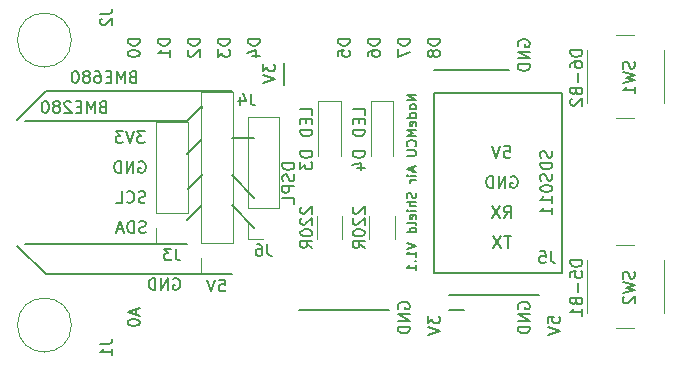
<source format=gbr>
G04 #@! TF.FileFunction,Legend,Bot*
%FSLAX46Y46*%
G04 Gerber Fmt 4.6, Leading zero omitted, Abs format (unit mm)*
G04 Created by KiCad (PCBNEW 4.0.7) date 03/26/18 16:44:32*
%MOMM*%
%LPD*%
G01*
G04 APERTURE LIST*
%ADD10C,0.100000*%
%ADD11C,0.200000*%
%ADD12C,0.150000*%
%ADD13C,0.120000*%
G04 APERTURE END LIST*
D10*
D11*
X160821667Y-101520714D02*
X160821667Y-101996905D01*
X161107381Y-101425476D02*
X160107381Y-101758809D01*
X161107381Y-102092143D01*
X160107381Y-102615952D02*
X160107381Y-102711191D01*
X160155000Y-102806429D01*
X160202619Y-102854048D01*
X160297857Y-102901667D01*
X160488333Y-102949286D01*
X160726429Y-102949286D01*
X160916905Y-102901667D01*
X161012143Y-102854048D01*
X161059762Y-102806429D01*
X161107381Y-102711191D01*
X161107381Y-102615952D01*
X161059762Y-102520714D01*
X161012143Y-102473095D01*
X160916905Y-102425476D01*
X160726429Y-102377857D01*
X160488333Y-102377857D01*
X160297857Y-102425476D01*
X160202619Y-102473095D01*
X160155000Y-102520714D01*
X160107381Y-102615952D01*
X173355000Y-80645000D02*
X173355000Y-82550000D01*
X161107381Y-78636905D02*
X160107381Y-78636905D01*
X160107381Y-78875000D01*
X160155000Y-79017858D01*
X160250238Y-79113096D01*
X160345476Y-79160715D01*
X160535952Y-79208334D01*
X160678810Y-79208334D01*
X160869286Y-79160715D01*
X160964524Y-79113096D01*
X161059762Y-79017858D01*
X161107381Y-78875000D01*
X161107381Y-78636905D01*
X160107381Y-79827381D02*
X160107381Y-79922620D01*
X160155000Y-80017858D01*
X160202619Y-80065477D01*
X160297857Y-80113096D01*
X160488333Y-80160715D01*
X160726429Y-80160715D01*
X160916905Y-80113096D01*
X161012143Y-80065477D01*
X161059762Y-80017858D01*
X161107381Y-79922620D01*
X161107381Y-79827381D01*
X161059762Y-79732143D01*
X161012143Y-79684524D01*
X160916905Y-79636905D01*
X160726429Y-79589286D01*
X160488333Y-79589286D01*
X160297857Y-79636905D01*
X160202619Y-79684524D01*
X160155000Y-79732143D01*
X160107381Y-79827381D01*
X186055000Y-81280000D02*
X192405000Y-81280000D01*
X188595000Y-101600000D02*
X187325000Y-101600000D01*
X174625000Y-101600000D02*
X182245000Y-101600000D01*
X187325000Y-100330000D02*
X194945000Y-100330000D01*
X193175000Y-101473096D02*
X193127381Y-101377858D01*
X193127381Y-101235001D01*
X193175000Y-101092143D01*
X193270238Y-100996905D01*
X193365476Y-100949286D01*
X193555952Y-100901667D01*
X193698810Y-100901667D01*
X193889286Y-100949286D01*
X193984524Y-100996905D01*
X194079762Y-101092143D01*
X194127381Y-101235001D01*
X194127381Y-101330239D01*
X194079762Y-101473096D01*
X194032143Y-101520715D01*
X193698810Y-101520715D01*
X193698810Y-101330239D01*
X194127381Y-101949286D02*
X193127381Y-101949286D01*
X194127381Y-102520715D01*
X193127381Y-102520715D01*
X194127381Y-102996905D02*
X193127381Y-102996905D01*
X193127381Y-103235000D01*
X193175000Y-103377858D01*
X193270238Y-103473096D01*
X193365476Y-103520715D01*
X193555952Y-103568334D01*
X193698810Y-103568334D01*
X193889286Y-103520715D01*
X193984524Y-103473096D01*
X194079762Y-103377858D01*
X194127381Y-103235000D01*
X194127381Y-102996905D01*
X183015000Y-101473096D02*
X182967381Y-101377858D01*
X182967381Y-101235001D01*
X183015000Y-101092143D01*
X183110238Y-100996905D01*
X183205476Y-100949286D01*
X183395952Y-100901667D01*
X183538810Y-100901667D01*
X183729286Y-100949286D01*
X183824524Y-100996905D01*
X183919762Y-101092143D01*
X183967381Y-101235001D01*
X183967381Y-101330239D01*
X183919762Y-101473096D01*
X183872143Y-101520715D01*
X183538810Y-101520715D01*
X183538810Y-101330239D01*
X183967381Y-101949286D02*
X182967381Y-101949286D01*
X183967381Y-102520715D01*
X182967381Y-102520715D01*
X183967381Y-102996905D02*
X182967381Y-102996905D01*
X182967381Y-103235000D01*
X183015000Y-103377858D01*
X183110238Y-103473096D01*
X183205476Y-103520715D01*
X183395952Y-103568334D01*
X183538810Y-103568334D01*
X183729286Y-103520715D01*
X183824524Y-103473096D01*
X183919762Y-103377858D01*
X183967381Y-103235000D01*
X183967381Y-102996905D01*
X195667381Y-102679524D02*
X195667381Y-102203333D01*
X196143571Y-102155714D01*
X196095952Y-102203333D01*
X196048333Y-102298571D01*
X196048333Y-102536667D01*
X196095952Y-102631905D01*
X196143571Y-102679524D01*
X196238810Y-102727143D01*
X196476905Y-102727143D01*
X196572143Y-102679524D01*
X196619762Y-102631905D01*
X196667381Y-102536667D01*
X196667381Y-102298571D01*
X196619762Y-102203333D01*
X196572143Y-102155714D01*
X195667381Y-103012857D02*
X196667381Y-103346190D01*
X195667381Y-103679524D01*
X185507381Y-102108095D02*
X185507381Y-102727143D01*
X185888333Y-102393809D01*
X185888333Y-102536667D01*
X185935952Y-102631905D01*
X185983571Y-102679524D01*
X186078810Y-102727143D01*
X186316905Y-102727143D01*
X186412143Y-102679524D01*
X186459762Y-102631905D01*
X186507381Y-102536667D01*
X186507381Y-102250952D01*
X186459762Y-102155714D01*
X186412143Y-102108095D01*
X185507381Y-103012857D02*
X186507381Y-103346190D01*
X185507381Y-103679524D01*
X168910000Y-92710000D02*
X170815000Y-94615000D01*
X168910000Y-90170000D02*
X170815000Y-92075000D01*
X168910000Y-86995000D02*
X170815000Y-86995000D01*
X193175000Y-79248096D02*
X193127381Y-79152858D01*
X193127381Y-79010001D01*
X193175000Y-78867143D01*
X193270238Y-78771905D01*
X193365476Y-78724286D01*
X193555952Y-78676667D01*
X193698810Y-78676667D01*
X193889286Y-78724286D01*
X193984524Y-78771905D01*
X194079762Y-78867143D01*
X194127381Y-79010001D01*
X194127381Y-79105239D01*
X194079762Y-79248096D01*
X194032143Y-79295715D01*
X193698810Y-79295715D01*
X193698810Y-79105239D01*
X194127381Y-79724286D02*
X193127381Y-79724286D01*
X194127381Y-80295715D01*
X193127381Y-80295715D01*
X194127381Y-80771905D02*
X193127381Y-80771905D01*
X193127381Y-81010000D01*
X193175000Y-81152858D01*
X193270238Y-81248096D01*
X193365476Y-81295715D01*
X193555952Y-81343334D01*
X193698810Y-81343334D01*
X193889286Y-81295715D01*
X193984524Y-81248096D01*
X194079762Y-81152858D01*
X194127381Y-81010000D01*
X194127381Y-80771905D01*
X171537381Y-80772095D02*
X171537381Y-81391143D01*
X171918333Y-81057809D01*
X171918333Y-81200667D01*
X171965952Y-81295905D01*
X172013571Y-81343524D01*
X172108810Y-81391143D01*
X172346905Y-81391143D01*
X172442143Y-81343524D01*
X172489762Y-81295905D01*
X172537381Y-81200667D01*
X172537381Y-80914952D01*
X172489762Y-80819714D01*
X172442143Y-80772095D01*
X171537381Y-81676857D02*
X172537381Y-82010190D01*
X171537381Y-82343524D01*
X186055000Y-83185000D02*
X186055000Y-98425000D01*
X196850000Y-83185000D02*
X186055000Y-83185000D01*
X196850000Y-98425000D02*
X196850000Y-83185000D01*
X186055000Y-98425000D02*
X196850000Y-98425000D01*
X166370000Y-84328000D02*
X166370000Y-84455000D01*
X165100000Y-85598000D02*
X166370000Y-84328000D01*
X165100000Y-88392000D02*
X166370000Y-87122000D01*
X166370000Y-90170000D02*
X166370000Y-90043000D01*
X165227000Y-91313000D02*
X166370000Y-90170000D01*
X165100000Y-93980000D02*
X166370000Y-92710000D01*
X192531904Y-90305000D02*
X192627142Y-90257381D01*
X192769999Y-90257381D01*
X192912857Y-90305000D01*
X193008095Y-90400238D01*
X193055714Y-90495476D01*
X193103333Y-90685952D01*
X193103333Y-90828810D01*
X193055714Y-91019286D01*
X193008095Y-91114524D01*
X192912857Y-91209762D01*
X192769999Y-91257381D01*
X192674761Y-91257381D01*
X192531904Y-91209762D01*
X192484285Y-91162143D01*
X192484285Y-90828810D01*
X192674761Y-90828810D01*
X192055714Y-91257381D02*
X192055714Y-90257381D01*
X191484285Y-91257381D01*
X191484285Y-90257381D01*
X191008095Y-91257381D02*
X191008095Y-90257381D01*
X190770000Y-90257381D01*
X190627142Y-90305000D01*
X190531904Y-90400238D01*
X190484285Y-90495476D01*
X190436666Y-90685952D01*
X190436666Y-90828810D01*
X190484285Y-91019286D01*
X190531904Y-91114524D01*
X190627142Y-91209762D01*
X190770000Y-91257381D01*
X191008095Y-91257381D01*
X191960476Y-87717381D02*
X192436667Y-87717381D01*
X192484286Y-88193571D01*
X192436667Y-88145952D01*
X192341429Y-88098333D01*
X192103333Y-88098333D01*
X192008095Y-88145952D01*
X191960476Y-88193571D01*
X191912857Y-88288810D01*
X191912857Y-88526905D01*
X191960476Y-88622143D01*
X192008095Y-88669762D01*
X192103333Y-88717381D01*
X192341429Y-88717381D01*
X192436667Y-88669762D01*
X192484286Y-88622143D01*
X191627143Y-87717381D02*
X191293810Y-88717381D01*
X190960476Y-87717381D01*
X191936666Y-93797381D02*
X192270000Y-93321190D01*
X192508095Y-93797381D02*
X192508095Y-92797381D01*
X192127142Y-92797381D01*
X192031904Y-92845000D01*
X191984285Y-92892619D01*
X191936666Y-92987857D01*
X191936666Y-93130714D01*
X191984285Y-93225952D01*
X192031904Y-93273571D01*
X192127142Y-93321190D01*
X192508095Y-93321190D01*
X191603333Y-92797381D02*
X190936666Y-93797381D01*
X190936666Y-92797381D02*
X191603333Y-93797381D01*
X192531905Y-95337381D02*
X191960476Y-95337381D01*
X192246191Y-96337381D02*
X192246191Y-95337381D01*
X191722381Y-95337381D02*
X191055714Y-96337381D01*
X191055714Y-95337381D02*
X191722381Y-96337381D01*
X181427381Y-78636905D02*
X180427381Y-78636905D01*
X180427381Y-78875000D01*
X180475000Y-79017858D01*
X180570238Y-79113096D01*
X180665476Y-79160715D01*
X180855952Y-79208334D01*
X180998810Y-79208334D01*
X181189286Y-79160715D01*
X181284524Y-79113096D01*
X181379762Y-79017858D01*
X181427381Y-78875000D01*
X181427381Y-78636905D01*
X180427381Y-80065477D02*
X180427381Y-79875000D01*
X180475000Y-79779762D01*
X180522619Y-79732143D01*
X180665476Y-79636905D01*
X180855952Y-79589286D01*
X181236905Y-79589286D01*
X181332143Y-79636905D01*
X181379762Y-79684524D01*
X181427381Y-79779762D01*
X181427381Y-79970239D01*
X181379762Y-80065477D01*
X181332143Y-80113096D01*
X181236905Y-80160715D01*
X180998810Y-80160715D01*
X180903571Y-80113096D01*
X180855952Y-80065477D01*
X180808333Y-79970239D01*
X180808333Y-79779762D01*
X180855952Y-79684524D01*
X180903571Y-79636905D01*
X180998810Y-79589286D01*
X171267381Y-78636905D02*
X170267381Y-78636905D01*
X170267381Y-78875000D01*
X170315000Y-79017858D01*
X170410238Y-79113096D01*
X170505476Y-79160715D01*
X170695952Y-79208334D01*
X170838810Y-79208334D01*
X171029286Y-79160715D01*
X171124524Y-79113096D01*
X171219762Y-79017858D01*
X171267381Y-78875000D01*
X171267381Y-78636905D01*
X170600714Y-80065477D02*
X171267381Y-80065477D01*
X170219762Y-79827381D02*
X170934048Y-79589286D01*
X170934048Y-80208334D01*
X168727381Y-78636905D02*
X167727381Y-78636905D01*
X167727381Y-78875000D01*
X167775000Y-79017858D01*
X167870238Y-79113096D01*
X167965476Y-79160715D01*
X168155952Y-79208334D01*
X168298810Y-79208334D01*
X168489286Y-79160715D01*
X168584524Y-79113096D01*
X168679762Y-79017858D01*
X168727381Y-78875000D01*
X168727381Y-78636905D01*
X167727381Y-79541667D02*
X167727381Y-80160715D01*
X168108333Y-79827381D01*
X168108333Y-79970239D01*
X168155952Y-80065477D01*
X168203571Y-80113096D01*
X168298810Y-80160715D01*
X168536905Y-80160715D01*
X168632143Y-80113096D01*
X168679762Y-80065477D01*
X168727381Y-79970239D01*
X168727381Y-79684524D01*
X168679762Y-79589286D01*
X168632143Y-79541667D01*
X178887381Y-78636905D02*
X177887381Y-78636905D01*
X177887381Y-78875000D01*
X177935000Y-79017858D01*
X178030238Y-79113096D01*
X178125476Y-79160715D01*
X178315952Y-79208334D01*
X178458810Y-79208334D01*
X178649286Y-79160715D01*
X178744524Y-79113096D01*
X178839762Y-79017858D01*
X178887381Y-78875000D01*
X178887381Y-78636905D01*
X177887381Y-80113096D02*
X177887381Y-79636905D01*
X178363571Y-79589286D01*
X178315952Y-79636905D01*
X178268333Y-79732143D01*
X178268333Y-79970239D01*
X178315952Y-80065477D01*
X178363571Y-80113096D01*
X178458810Y-80160715D01*
X178696905Y-80160715D01*
X178792143Y-80113096D01*
X178839762Y-80065477D01*
X178887381Y-79970239D01*
X178887381Y-79732143D01*
X178839762Y-79636905D01*
X178792143Y-79589286D01*
D12*
X184511905Y-83395476D02*
X183711905Y-83395476D01*
X184511905Y-83852619D01*
X183711905Y-83852619D01*
X184511905Y-84347857D02*
X184473810Y-84271666D01*
X184435714Y-84233571D01*
X184359524Y-84195476D01*
X184130952Y-84195476D01*
X184054762Y-84233571D01*
X184016667Y-84271666D01*
X183978571Y-84347857D01*
X183978571Y-84462143D01*
X184016667Y-84538333D01*
X184054762Y-84576428D01*
X184130952Y-84614524D01*
X184359524Y-84614524D01*
X184435714Y-84576428D01*
X184473810Y-84538333D01*
X184511905Y-84462143D01*
X184511905Y-84347857D01*
X184511905Y-85300238D02*
X183711905Y-85300238D01*
X184473810Y-85300238D02*
X184511905Y-85224048D01*
X184511905Y-85071667D01*
X184473810Y-84995476D01*
X184435714Y-84957381D01*
X184359524Y-84919286D01*
X184130952Y-84919286D01*
X184054762Y-84957381D01*
X184016667Y-84995476D01*
X183978571Y-85071667D01*
X183978571Y-85224048D01*
X184016667Y-85300238D01*
X184473810Y-85985953D02*
X184511905Y-85909763D01*
X184511905Y-85757382D01*
X184473810Y-85681191D01*
X184397619Y-85643096D01*
X184092857Y-85643096D01*
X184016667Y-85681191D01*
X183978571Y-85757382D01*
X183978571Y-85909763D01*
X184016667Y-85985953D01*
X184092857Y-86024048D01*
X184169048Y-86024048D01*
X184245238Y-85643096D01*
X184511905Y-86366905D02*
X183711905Y-86366905D01*
X184283333Y-86633572D01*
X183711905Y-86900239D01*
X184511905Y-86900239D01*
X184435714Y-87738334D02*
X184473810Y-87700239D01*
X184511905Y-87585953D01*
X184511905Y-87509763D01*
X184473810Y-87395477D01*
X184397619Y-87319286D01*
X184321429Y-87281191D01*
X184169048Y-87243096D01*
X184054762Y-87243096D01*
X183902381Y-87281191D01*
X183826190Y-87319286D01*
X183750000Y-87395477D01*
X183711905Y-87509763D01*
X183711905Y-87585953D01*
X183750000Y-87700239D01*
X183788095Y-87738334D01*
X183711905Y-88081191D02*
X184359524Y-88081191D01*
X184435714Y-88119286D01*
X184473810Y-88157382D01*
X184511905Y-88233572D01*
X184511905Y-88385953D01*
X184473810Y-88462144D01*
X184435714Y-88500239D01*
X184359524Y-88538334D01*
X183711905Y-88538334D01*
X184283333Y-89490715D02*
X184283333Y-89871667D01*
X184511905Y-89414524D02*
X183711905Y-89681191D01*
X184511905Y-89947858D01*
X184511905Y-90214524D02*
X183978571Y-90214524D01*
X183711905Y-90214524D02*
X183750000Y-90176429D01*
X183788095Y-90214524D01*
X183750000Y-90252619D01*
X183711905Y-90214524D01*
X183788095Y-90214524D01*
X184511905Y-90595476D02*
X183978571Y-90595476D01*
X184130952Y-90595476D02*
X184054762Y-90633571D01*
X184016667Y-90671667D01*
X183978571Y-90747857D01*
X183978571Y-90824048D01*
X184473810Y-91662143D02*
X184511905Y-91776429D01*
X184511905Y-91966905D01*
X184473810Y-92043095D01*
X184435714Y-92081191D01*
X184359524Y-92119286D01*
X184283333Y-92119286D01*
X184207143Y-92081191D01*
X184169048Y-92043095D01*
X184130952Y-91966905D01*
X184092857Y-91814524D01*
X184054762Y-91738333D01*
X184016667Y-91700238D01*
X183940476Y-91662143D01*
X183864286Y-91662143D01*
X183788095Y-91700238D01*
X183750000Y-91738333D01*
X183711905Y-91814524D01*
X183711905Y-92005000D01*
X183750000Y-92119286D01*
X184511905Y-92462143D02*
X183711905Y-92462143D01*
X184511905Y-92805000D02*
X184092857Y-92805000D01*
X184016667Y-92766905D01*
X183978571Y-92690715D01*
X183978571Y-92576429D01*
X184016667Y-92500238D01*
X184054762Y-92462143D01*
X184511905Y-93185953D02*
X183978571Y-93185953D01*
X183711905Y-93185953D02*
X183750000Y-93147858D01*
X183788095Y-93185953D01*
X183750000Y-93224048D01*
X183711905Y-93185953D01*
X183788095Y-93185953D01*
X184473810Y-93871667D02*
X184511905Y-93795477D01*
X184511905Y-93643096D01*
X184473810Y-93566905D01*
X184397619Y-93528810D01*
X184092857Y-93528810D01*
X184016667Y-93566905D01*
X183978571Y-93643096D01*
X183978571Y-93795477D01*
X184016667Y-93871667D01*
X184092857Y-93909762D01*
X184169048Y-93909762D01*
X184245238Y-93528810D01*
X184511905Y-94366905D02*
X184473810Y-94290714D01*
X184397619Y-94252619D01*
X183711905Y-94252619D01*
X184511905Y-95014524D02*
X183711905Y-95014524D01*
X184473810Y-95014524D02*
X184511905Y-94938334D01*
X184511905Y-94785953D01*
X184473810Y-94709762D01*
X184435714Y-94671667D01*
X184359524Y-94633572D01*
X184130952Y-94633572D01*
X184054762Y-94671667D01*
X184016667Y-94709762D01*
X183978571Y-94785953D01*
X183978571Y-94938334D01*
X184016667Y-95014524D01*
X183711905Y-95890715D02*
X184511905Y-96157382D01*
X183711905Y-96424049D01*
X184511905Y-97109763D02*
X184511905Y-96652620D01*
X184511905Y-96881191D02*
X183711905Y-96881191D01*
X183826190Y-96805001D01*
X183902381Y-96728810D01*
X183940476Y-96652620D01*
X184435714Y-97452620D02*
X184473810Y-97490715D01*
X184511905Y-97452620D01*
X184473810Y-97414525D01*
X184435714Y-97452620D01*
X184511905Y-97452620D01*
X184511905Y-98252620D02*
X184511905Y-97795477D01*
X184511905Y-98024048D02*
X183711905Y-98024048D01*
X183826190Y-97947858D01*
X183902381Y-97871667D01*
X183940476Y-97795477D01*
D11*
X153162000Y-98552000D02*
X150749000Y-96139000D01*
X153162000Y-83058000D02*
X150749000Y-85471000D01*
X168910000Y-83058000D02*
X153162000Y-83058000D01*
X168910000Y-98552000D02*
X153162000Y-98552000D01*
X151384000Y-85598000D02*
X165100000Y-85598000D01*
X165100000Y-96012000D02*
X151384000Y-96012000D01*
X186507381Y-78636905D02*
X185507381Y-78636905D01*
X185507381Y-78875000D01*
X185555000Y-79017858D01*
X185650238Y-79113096D01*
X185745476Y-79160715D01*
X185935952Y-79208334D01*
X186078810Y-79208334D01*
X186269286Y-79160715D01*
X186364524Y-79113096D01*
X186459762Y-79017858D01*
X186507381Y-78875000D01*
X186507381Y-78636905D01*
X185935952Y-79779762D02*
X185888333Y-79684524D01*
X185840714Y-79636905D01*
X185745476Y-79589286D01*
X185697857Y-79589286D01*
X185602619Y-79636905D01*
X185555000Y-79684524D01*
X185507381Y-79779762D01*
X185507381Y-79970239D01*
X185555000Y-80065477D01*
X185602619Y-80113096D01*
X185697857Y-80160715D01*
X185745476Y-80160715D01*
X185840714Y-80113096D01*
X185888333Y-80065477D01*
X185935952Y-79970239D01*
X185935952Y-79779762D01*
X185983571Y-79684524D01*
X186031190Y-79636905D01*
X186126429Y-79589286D01*
X186316905Y-79589286D01*
X186412143Y-79636905D01*
X186459762Y-79684524D01*
X186507381Y-79779762D01*
X186507381Y-79970239D01*
X186459762Y-80065477D01*
X186412143Y-80113096D01*
X186316905Y-80160715D01*
X186126429Y-80160715D01*
X186031190Y-80113096D01*
X185983571Y-80065477D01*
X185935952Y-79970239D01*
X183967381Y-78636905D02*
X182967381Y-78636905D01*
X182967381Y-78875000D01*
X183015000Y-79017858D01*
X183110238Y-79113096D01*
X183205476Y-79160715D01*
X183395952Y-79208334D01*
X183538810Y-79208334D01*
X183729286Y-79160715D01*
X183824524Y-79113096D01*
X183919762Y-79017858D01*
X183967381Y-78875000D01*
X183967381Y-78636905D01*
X182967381Y-79541667D02*
X182967381Y-80208334D01*
X183967381Y-79779762D01*
X166187381Y-78636905D02*
X165187381Y-78636905D01*
X165187381Y-78875000D01*
X165235000Y-79017858D01*
X165330238Y-79113096D01*
X165425476Y-79160715D01*
X165615952Y-79208334D01*
X165758810Y-79208334D01*
X165949286Y-79160715D01*
X166044524Y-79113096D01*
X166139762Y-79017858D01*
X166187381Y-78875000D01*
X166187381Y-78636905D01*
X165282619Y-79589286D02*
X165235000Y-79636905D01*
X165187381Y-79732143D01*
X165187381Y-79970239D01*
X165235000Y-80065477D01*
X165282619Y-80113096D01*
X165377857Y-80160715D01*
X165473095Y-80160715D01*
X165615952Y-80113096D01*
X166187381Y-79541667D01*
X166187381Y-80160715D01*
X163647381Y-78636905D02*
X162647381Y-78636905D01*
X162647381Y-78875000D01*
X162695000Y-79017858D01*
X162790238Y-79113096D01*
X162885476Y-79160715D01*
X163075952Y-79208334D01*
X163218810Y-79208334D01*
X163409286Y-79160715D01*
X163504524Y-79113096D01*
X163599762Y-79017858D01*
X163647381Y-78875000D01*
X163647381Y-78636905D01*
X163647381Y-80160715D02*
X163647381Y-79589286D01*
X163647381Y-79875000D02*
X162647381Y-79875000D01*
X162790238Y-79779762D01*
X162885476Y-79684524D01*
X162933095Y-79589286D01*
X161512095Y-86447381D02*
X160893047Y-86447381D01*
X161226381Y-86828333D01*
X161083523Y-86828333D01*
X160988285Y-86875952D01*
X160940666Y-86923571D01*
X160893047Y-87018810D01*
X160893047Y-87256905D01*
X160940666Y-87352143D01*
X160988285Y-87399762D01*
X161083523Y-87447381D01*
X161369238Y-87447381D01*
X161464476Y-87399762D01*
X161512095Y-87352143D01*
X160607333Y-86447381D02*
X160274000Y-87447381D01*
X159940666Y-86447381D01*
X159702571Y-86447381D02*
X159083523Y-86447381D01*
X159416857Y-86828333D01*
X159273999Y-86828333D01*
X159178761Y-86875952D01*
X159131142Y-86923571D01*
X159083523Y-87018810D01*
X159083523Y-87256905D01*
X159131142Y-87352143D01*
X159178761Y-87399762D01*
X159273999Y-87447381D01*
X159559714Y-87447381D01*
X159654952Y-87399762D01*
X159702571Y-87352143D01*
X161035904Y-89035000D02*
X161131142Y-88987381D01*
X161273999Y-88987381D01*
X161416857Y-89035000D01*
X161512095Y-89130238D01*
X161559714Y-89225476D01*
X161607333Y-89415952D01*
X161607333Y-89558810D01*
X161559714Y-89749286D01*
X161512095Y-89844524D01*
X161416857Y-89939762D01*
X161273999Y-89987381D01*
X161178761Y-89987381D01*
X161035904Y-89939762D01*
X160988285Y-89892143D01*
X160988285Y-89558810D01*
X161178761Y-89558810D01*
X160559714Y-89987381D02*
X160559714Y-88987381D01*
X159988285Y-89987381D01*
X159988285Y-88987381D01*
X159512095Y-89987381D02*
X159512095Y-88987381D01*
X159274000Y-88987381D01*
X159131142Y-89035000D01*
X159035904Y-89130238D01*
X158988285Y-89225476D01*
X158940666Y-89415952D01*
X158940666Y-89558810D01*
X158988285Y-89749286D01*
X159035904Y-89844524D01*
X159131142Y-89939762D01*
X159274000Y-89987381D01*
X159512095Y-89987381D01*
X161591476Y-92479762D02*
X161448619Y-92527381D01*
X161210523Y-92527381D01*
X161115285Y-92479762D01*
X161067666Y-92432143D01*
X161020047Y-92336905D01*
X161020047Y-92241667D01*
X161067666Y-92146429D01*
X161115285Y-92098810D01*
X161210523Y-92051190D01*
X161401000Y-92003571D01*
X161496238Y-91955952D01*
X161543857Y-91908333D01*
X161591476Y-91813095D01*
X161591476Y-91717857D01*
X161543857Y-91622619D01*
X161496238Y-91575000D01*
X161401000Y-91527381D01*
X161162904Y-91527381D01*
X161020047Y-91575000D01*
X160020047Y-92432143D02*
X160067666Y-92479762D01*
X160210523Y-92527381D01*
X160305761Y-92527381D01*
X160448619Y-92479762D01*
X160543857Y-92384524D01*
X160591476Y-92289286D01*
X160639095Y-92098810D01*
X160639095Y-91955952D01*
X160591476Y-91765476D01*
X160543857Y-91670238D01*
X160448619Y-91575000D01*
X160305761Y-91527381D01*
X160210523Y-91527381D01*
X160067666Y-91575000D01*
X160020047Y-91622619D01*
X159115285Y-92527381D02*
X159591476Y-92527381D01*
X159591476Y-91527381D01*
X161615286Y-95019762D02*
X161472429Y-95067381D01*
X161234333Y-95067381D01*
X161139095Y-95019762D01*
X161091476Y-94972143D01*
X161043857Y-94876905D01*
X161043857Y-94781667D01*
X161091476Y-94686429D01*
X161139095Y-94638810D01*
X161234333Y-94591190D01*
X161424810Y-94543571D01*
X161520048Y-94495952D01*
X161567667Y-94448333D01*
X161615286Y-94353095D01*
X161615286Y-94257857D01*
X161567667Y-94162619D01*
X161520048Y-94115000D01*
X161424810Y-94067381D01*
X161186714Y-94067381D01*
X161043857Y-94115000D01*
X160615286Y-95067381D02*
X160615286Y-94067381D01*
X160377191Y-94067381D01*
X160234333Y-94115000D01*
X160139095Y-94210238D01*
X160091476Y-94305476D01*
X160043857Y-94495952D01*
X160043857Y-94638810D01*
X160091476Y-94829286D01*
X160139095Y-94924524D01*
X160234333Y-95019762D01*
X160377191Y-95067381D01*
X160615286Y-95067381D01*
X159662905Y-94781667D02*
X159186714Y-94781667D01*
X159758143Y-95067381D02*
X159424810Y-94067381D01*
X159091476Y-95067381D01*
D13*
X162500000Y-85665000D02*
X165160000Y-85665000D01*
X162500000Y-93345000D02*
X162500000Y-85665000D01*
X165160000Y-93345000D02*
X165160000Y-85665000D01*
X162500000Y-93345000D02*
X165160000Y-93345000D01*
X162500000Y-94615000D02*
X162500000Y-95945000D01*
X162500000Y-95945000D02*
X163830000Y-95945000D01*
X166310000Y-83125000D02*
X168970000Y-83125000D01*
X166310000Y-95885000D02*
X166310000Y-83125000D01*
X168970000Y-95885000D02*
X168970000Y-83125000D01*
X166310000Y-95885000D02*
X168970000Y-95885000D01*
X166310000Y-97155000D02*
X166310000Y-98485000D01*
X166310000Y-98485000D02*
X167640000Y-98485000D01*
X198970000Y-84090000D02*
X198970000Y-79590000D01*
X202970000Y-85340000D02*
X201470000Y-85340000D01*
X205470000Y-79590000D02*
X205470000Y-84090000D01*
X201470000Y-78340000D02*
X202970000Y-78340000D01*
X198970000Y-101870000D02*
X198970000Y-97370000D01*
X202970000Y-103120000D02*
X201470000Y-103120000D01*
X205470000Y-97370000D02*
X205470000Y-101870000D01*
X201470000Y-96120000D02*
X202970000Y-96120000D01*
X178235000Y-95615000D02*
X178235000Y-93615000D01*
X176095000Y-93615000D02*
X176095000Y-95615000D01*
X182680000Y-95615000D02*
X182680000Y-93615000D01*
X180540000Y-93615000D02*
X180540000Y-95615000D01*
X170247000Y-85284000D02*
X172907000Y-85284000D01*
X170247000Y-92964000D02*
X170247000Y-85284000D01*
X172907000Y-92964000D02*
X172907000Y-85284000D01*
X170247000Y-92964000D02*
X172907000Y-92964000D01*
X170247000Y-94234000D02*
X170247000Y-95564000D01*
X170247000Y-95564000D02*
X171577000Y-95564000D01*
X155321000Y-102870000D02*
G75*
G03X155321000Y-102870000I-2286000J0D01*
G01*
X155321000Y-78740000D02*
G75*
G03X155321000Y-78740000I-2286000J0D01*
G01*
X176215000Y-83895000D02*
X178115000Y-83895000D01*
X178115000Y-83895000D02*
X178115000Y-88595000D01*
X176215000Y-83895000D02*
X176215000Y-88595000D01*
X180660000Y-83895000D02*
X182560000Y-83895000D01*
X182560000Y-83895000D02*
X182560000Y-88595000D01*
X180660000Y-83895000D02*
X180660000Y-88595000D01*
D12*
X164163333Y-96397381D02*
X164163333Y-97111667D01*
X164210953Y-97254524D01*
X164306191Y-97349762D01*
X164449048Y-97397381D01*
X164544286Y-97397381D01*
X163782381Y-96397381D02*
X163163333Y-96397381D01*
X163496667Y-96778333D01*
X163353809Y-96778333D01*
X163258571Y-96825952D01*
X163210952Y-96873571D01*
X163163333Y-96968810D01*
X163163333Y-97206905D01*
X163210952Y-97302143D01*
X163258571Y-97349762D01*
X163353809Y-97397381D01*
X163639524Y-97397381D01*
X163734762Y-97349762D01*
X163782381Y-97302143D01*
X157955952Y-84383571D02*
X157813095Y-84431190D01*
X157765476Y-84478810D01*
X157717857Y-84574048D01*
X157717857Y-84716905D01*
X157765476Y-84812143D01*
X157813095Y-84859762D01*
X157908333Y-84907381D01*
X158289286Y-84907381D01*
X158289286Y-83907381D01*
X157955952Y-83907381D01*
X157860714Y-83955000D01*
X157813095Y-84002619D01*
X157765476Y-84097857D01*
X157765476Y-84193095D01*
X157813095Y-84288333D01*
X157860714Y-84335952D01*
X157955952Y-84383571D01*
X158289286Y-84383571D01*
X157289286Y-84907381D02*
X157289286Y-83907381D01*
X156955952Y-84621667D01*
X156622619Y-83907381D01*
X156622619Y-84907381D01*
X156146429Y-84383571D02*
X155813095Y-84383571D01*
X155670238Y-84907381D02*
X156146429Y-84907381D01*
X156146429Y-83907381D01*
X155670238Y-83907381D01*
X155289286Y-84002619D02*
X155241667Y-83955000D01*
X155146429Y-83907381D01*
X154908333Y-83907381D01*
X154813095Y-83955000D01*
X154765476Y-84002619D01*
X154717857Y-84097857D01*
X154717857Y-84193095D01*
X154765476Y-84335952D01*
X155336905Y-84907381D01*
X154717857Y-84907381D01*
X154146429Y-84335952D02*
X154241667Y-84288333D01*
X154289286Y-84240714D01*
X154336905Y-84145476D01*
X154336905Y-84097857D01*
X154289286Y-84002619D01*
X154241667Y-83955000D01*
X154146429Y-83907381D01*
X153955952Y-83907381D01*
X153860714Y-83955000D01*
X153813095Y-84002619D01*
X153765476Y-84097857D01*
X153765476Y-84145476D01*
X153813095Y-84240714D01*
X153860714Y-84288333D01*
X153955952Y-84335952D01*
X154146429Y-84335952D01*
X154241667Y-84383571D01*
X154289286Y-84431190D01*
X154336905Y-84526429D01*
X154336905Y-84716905D01*
X154289286Y-84812143D01*
X154241667Y-84859762D01*
X154146429Y-84907381D01*
X153955952Y-84907381D01*
X153860714Y-84859762D01*
X153813095Y-84812143D01*
X153765476Y-84716905D01*
X153765476Y-84526429D01*
X153813095Y-84431190D01*
X153860714Y-84383571D01*
X153955952Y-84335952D01*
X153146429Y-83907381D02*
X153051190Y-83907381D01*
X152955952Y-83955000D01*
X152908333Y-84002619D01*
X152860714Y-84097857D01*
X152813095Y-84288333D01*
X152813095Y-84526429D01*
X152860714Y-84716905D01*
X152908333Y-84812143D01*
X152955952Y-84859762D01*
X153051190Y-84907381D01*
X153146429Y-84907381D01*
X153241667Y-84859762D01*
X153289286Y-84812143D01*
X153336905Y-84716905D01*
X153384524Y-84526429D01*
X153384524Y-84288333D01*
X153336905Y-84097857D01*
X153289286Y-84002619D01*
X153241667Y-83955000D01*
X153146429Y-83907381D01*
X170513333Y-83272381D02*
X170513333Y-83986667D01*
X170560953Y-84129524D01*
X170656191Y-84224762D01*
X170799048Y-84272381D01*
X170894286Y-84272381D01*
X169608571Y-83605714D02*
X169608571Y-84272381D01*
X169846667Y-83224762D02*
X170084762Y-83939048D01*
X169465714Y-83939048D01*
X160495952Y-81843571D02*
X160353095Y-81891190D01*
X160305476Y-81938810D01*
X160257857Y-82034048D01*
X160257857Y-82176905D01*
X160305476Y-82272143D01*
X160353095Y-82319762D01*
X160448333Y-82367381D01*
X160829286Y-82367381D01*
X160829286Y-81367381D01*
X160495952Y-81367381D01*
X160400714Y-81415000D01*
X160353095Y-81462619D01*
X160305476Y-81557857D01*
X160305476Y-81653095D01*
X160353095Y-81748333D01*
X160400714Y-81795952D01*
X160495952Y-81843571D01*
X160829286Y-81843571D01*
X159829286Y-82367381D02*
X159829286Y-81367381D01*
X159495952Y-82081667D01*
X159162619Y-81367381D01*
X159162619Y-82367381D01*
X158686429Y-81843571D02*
X158353095Y-81843571D01*
X158210238Y-82367381D02*
X158686429Y-82367381D01*
X158686429Y-81367381D01*
X158210238Y-81367381D01*
X157353095Y-81367381D02*
X157543572Y-81367381D01*
X157638810Y-81415000D01*
X157686429Y-81462619D01*
X157781667Y-81605476D01*
X157829286Y-81795952D01*
X157829286Y-82176905D01*
X157781667Y-82272143D01*
X157734048Y-82319762D01*
X157638810Y-82367381D01*
X157448333Y-82367381D01*
X157353095Y-82319762D01*
X157305476Y-82272143D01*
X157257857Y-82176905D01*
X157257857Y-81938810D01*
X157305476Y-81843571D01*
X157353095Y-81795952D01*
X157448333Y-81748333D01*
X157638810Y-81748333D01*
X157734048Y-81795952D01*
X157781667Y-81843571D01*
X157829286Y-81938810D01*
X156686429Y-81795952D02*
X156781667Y-81748333D01*
X156829286Y-81700714D01*
X156876905Y-81605476D01*
X156876905Y-81557857D01*
X156829286Y-81462619D01*
X156781667Y-81415000D01*
X156686429Y-81367381D01*
X156495952Y-81367381D01*
X156400714Y-81415000D01*
X156353095Y-81462619D01*
X156305476Y-81557857D01*
X156305476Y-81605476D01*
X156353095Y-81700714D01*
X156400714Y-81748333D01*
X156495952Y-81795952D01*
X156686429Y-81795952D01*
X156781667Y-81843571D01*
X156829286Y-81891190D01*
X156876905Y-81986429D01*
X156876905Y-82176905D01*
X156829286Y-82272143D01*
X156781667Y-82319762D01*
X156686429Y-82367381D01*
X156495952Y-82367381D01*
X156400714Y-82319762D01*
X156353095Y-82272143D01*
X156305476Y-82176905D01*
X156305476Y-81986429D01*
X156353095Y-81891190D01*
X156400714Y-81843571D01*
X156495952Y-81795952D01*
X155686429Y-81367381D02*
X155591190Y-81367381D01*
X155495952Y-81415000D01*
X155448333Y-81462619D01*
X155400714Y-81557857D01*
X155353095Y-81748333D01*
X155353095Y-81986429D01*
X155400714Y-82176905D01*
X155448333Y-82272143D01*
X155495952Y-82319762D01*
X155591190Y-82367381D01*
X155686429Y-82367381D01*
X155781667Y-82319762D01*
X155829286Y-82272143D01*
X155876905Y-82176905D01*
X155924524Y-81986429D01*
X155924524Y-81748333D01*
X155876905Y-81557857D01*
X155829286Y-81462619D01*
X155781667Y-81415000D01*
X155686429Y-81367381D01*
X202969762Y-80581667D02*
X203017381Y-80724524D01*
X203017381Y-80962620D01*
X202969762Y-81057858D01*
X202922143Y-81105477D01*
X202826905Y-81153096D01*
X202731667Y-81153096D01*
X202636429Y-81105477D01*
X202588810Y-81057858D01*
X202541190Y-80962620D01*
X202493571Y-80772143D01*
X202445952Y-80676905D01*
X202398333Y-80629286D01*
X202303095Y-80581667D01*
X202207857Y-80581667D01*
X202112619Y-80629286D01*
X202065000Y-80676905D01*
X202017381Y-80772143D01*
X202017381Y-81010239D01*
X202065000Y-81153096D01*
X202017381Y-81486429D02*
X203017381Y-81724524D01*
X202303095Y-81915001D01*
X203017381Y-82105477D01*
X202017381Y-82343572D01*
X203017381Y-83248334D02*
X203017381Y-82676905D01*
X203017381Y-82962619D02*
X202017381Y-82962619D01*
X202160238Y-82867381D01*
X202255476Y-82772143D01*
X202303095Y-82676905D01*
X198572381Y-79581667D02*
X197572381Y-79581667D01*
X197572381Y-79819762D01*
X197620000Y-79962620D01*
X197715238Y-80057858D01*
X197810476Y-80105477D01*
X198000952Y-80153096D01*
X198143810Y-80153096D01*
X198334286Y-80105477D01*
X198429524Y-80057858D01*
X198524762Y-79962620D01*
X198572381Y-79819762D01*
X198572381Y-79581667D01*
X197572381Y-81010239D02*
X197572381Y-80819762D01*
X197620000Y-80724524D01*
X197667619Y-80676905D01*
X197810476Y-80581667D01*
X198000952Y-80534048D01*
X198381905Y-80534048D01*
X198477143Y-80581667D01*
X198524762Y-80629286D01*
X198572381Y-80724524D01*
X198572381Y-80915001D01*
X198524762Y-81010239D01*
X198477143Y-81057858D01*
X198381905Y-81105477D01*
X198143810Y-81105477D01*
X198048571Y-81057858D01*
X198000952Y-81010239D01*
X197953333Y-80915001D01*
X197953333Y-80724524D01*
X198000952Y-80629286D01*
X198048571Y-80581667D01*
X198143810Y-80534048D01*
X198191429Y-81534048D02*
X198191429Y-82295953D01*
X198048571Y-83105477D02*
X198096190Y-83248334D01*
X198143810Y-83295953D01*
X198239048Y-83343572D01*
X198381905Y-83343572D01*
X198477143Y-83295953D01*
X198524762Y-83248334D01*
X198572381Y-83153096D01*
X198572381Y-82772143D01*
X197572381Y-82772143D01*
X197572381Y-83105477D01*
X197620000Y-83200715D01*
X197667619Y-83248334D01*
X197762857Y-83295953D01*
X197858095Y-83295953D01*
X197953333Y-83248334D01*
X198000952Y-83200715D01*
X198048571Y-83105477D01*
X198048571Y-82772143D01*
X197667619Y-83724524D02*
X197620000Y-83772143D01*
X197572381Y-83867381D01*
X197572381Y-84105477D01*
X197620000Y-84200715D01*
X197667619Y-84248334D01*
X197762857Y-84295953D01*
X197858095Y-84295953D01*
X198000952Y-84248334D01*
X198572381Y-83676905D01*
X198572381Y-84295953D01*
X202969762Y-98361667D02*
X203017381Y-98504524D01*
X203017381Y-98742620D01*
X202969762Y-98837858D01*
X202922143Y-98885477D01*
X202826905Y-98933096D01*
X202731667Y-98933096D01*
X202636429Y-98885477D01*
X202588810Y-98837858D01*
X202541190Y-98742620D01*
X202493571Y-98552143D01*
X202445952Y-98456905D01*
X202398333Y-98409286D01*
X202303095Y-98361667D01*
X202207857Y-98361667D01*
X202112619Y-98409286D01*
X202065000Y-98456905D01*
X202017381Y-98552143D01*
X202017381Y-98790239D01*
X202065000Y-98933096D01*
X202017381Y-99266429D02*
X203017381Y-99504524D01*
X202303095Y-99695001D01*
X203017381Y-99885477D01*
X202017381Y-100123572D01*
X202112619Y-100456905D02*
X202065000Y-100504524D01*
X202017381Y-100599762D01*
X202017381Y-100837858D01*
X202065000Y-100933096D01*
X202112619Y-100980715D01*
X202207857Y-101028334D01*
X202303095Y-101028334D01*
X202445952Y-100980715D01*
X203017381Y-100409286D01*
X203017381Y-101028334D01*
X198572381Y-97361667D02*
X197572381Y-97361667D01*
X197572381Y-97599762D01*
X197620000Y-97742620D01*
X197715238Y-97837858D01*
X197810476Y-97885477D01*
X198000952Y-97933096D01*
X198143810Y-97933096D01*
X198334286Y-97885477D01*
X198429524Y-97837858D01*
X198524762Y-97742620D01*
X198572381Y-97599762D01*
X198572381Y-97361667D01*
X197572381Y-98837858D02*
X197572381Y-98361667D01*
X198048571Y-98314048D01*
X198000952Y-98361667D01*
X197953333Y-98456905D01*
X197953333Y-98695001D01*
X198000952Y-98790239D01*
X198048571Y-98837858D01*
X198143810Y-98885477D01*
X198381905Y-98885477D01*
X198477143Y-98837858D01*
X198524762Y-98790239D01*
X198572381Y-98695001D01*
X198572381Y-98456905D01*
X198524762Y-98361667D01*
X198477143Y-98314048D01*
X198191429Y-99314048D02*
X198191429Y-100075953D01*
X198048571Y-100885477D02*
X198096190Y-101028334D01*
X198143810Y-101075953D01*
X198239048Y-101123572D01*
X198381905Y-101123572D01*
X198477143Y-101075953D01*
X198524762Y-101028334D01*
X198572381Y-100933096D01*
X198572381Y-100552143D01*
X197572381Y-100552143D01*
X197572381Y-100885477D01*
X197620000Y-100980715D01*
X197667619Y-101028334D01*
X197762857Y-101075953D01*
X197858095Y-101075953D01*
X197953333Y-101028334D01*
X198000952Y-100980715D01*
X198048571Y-100885477D01*
X198048571Y-100552143D01*
X198572381Y-102075953D02*
X198572381Y-101504524D01*
X198572381Y-101790238D02*
X197572381Y-101790238D01*
X197715238Y-101695000D01*
X197810476Y-101599762D01*
X197858095Y-101504524D01*
X195913333Y-96607381D02*
X195913333Y-97321667D01*
X195960953Y-97464524D01*
X196056191Y-97559762D01*
X196199048Y-97607381D01*
X196294286Y-97607381D01*
X194960952Y-96607381D02*
X195437143Y-96607381D01*
X195484762Y-97083571D01*
X195437143Y-97035952D01*
X195341905Y-96988333D01*
X195103809Y-96988333D01*
X195008571Y-97035952D01*
X194960952Y-97083571D01*
X194913333Y-97178810D01*
X194913333Y-97416905D01*
X194960952Y-97512143D01*
X195008571Y-97559762D01*
X195103809Y-97607381D01*
X195341905Y-97607381D01*
X195437143Y-97559762D01*
X195484762Y-97512143D01*
X195984762Y-88114524D02*
X196032381Y-88257381D01*
X196032381Y-88495477D01*
X195984762Y-88590715D01*
X195937143Y-88638334D01*
X195841905Y-88685953D01*
X195746667Y-88685953D01*
X195651429Y-88638334D01*
X195603810Y-88590715D01*
X195556190Y-88495477D01*
X195508571Y-88305000D01*
X195460952Y-88209762D01*
X195413333Y-88162143D01*
X195318095Y-88114524D01*
X195222857Y-88114524D01*
X195127619Y-88162143D01*
X195080000Y-88209762D01*
X195032381Y-88305000D01*
X195032381Y-88543096D01*
X195080000Y-88685953D01*
X196032381Y-89114524D02*
X195032381Y-89114524D01*
X195032381Y-89352619D01*
X195080000Y-89495477D01*
X195175238Y-89590715D01*
X195270476Y-89638334D01*
X195460952Y-89685953D01*
X195603810Y-89685953D01*
X195794286Y-89638334D01*
X195889524Y-89590715D01*
X195984762Y-89495477D01*
X196032381Y-89352619D01*
X196032381Y-89114524D01*
X195984762Y-90066905D02*
X196032381Y-90209762D01*
X196032381Y-90447858D01*
X195984762Y-90543096D01*
X195937143Y-90590715D01*
X195841905Y-90638334D01*
X195746667Y-90638334D01*
X195651429Y-90590715D01*
X195603810Y-90543096D01*
X195556190Y-90447858D01*
X195508571Y-90257381D01*
X195460952Y-90162143D01*
X195413333Y-90114524D01*
X195318095Y-90066905D01*
X195222857Y-90066905D01*
X195127619Y-90114524D01*
X195080000Y-90162143D01*
X195032381Y-90257381D01*
X195032381Y-90495477D01*
X195080000Y-90638334D01*
X195032381Y-91257381D02*
X195032381Y-91352620D01*
X195080000Y-91447858D01*
X195127619Y-91495477D01*
X195222857Y-91543096D01*
X195413333Y-91590715D01*
X195651429Y-91590715D01*
X195841905Y-91543096D01*
X195937143Y-91495477D01*
X195984762Y-91447858D01*
X196032381Y-91352620D01*
X196032381Y-91257381D01*
X195984762Y-91162143D01*
X195937143Y-91114524D01*
X195841905Y-91066905D01*
X195651429Y-91019286D01*
X195413333Y-91019286D01*
X195222857Y-91066905D01*
X195127619Y-91114524D01*
X195080000Y-91162143D01*
X195032381Y-91257381D01*
X196032381Y-92543096D02*
X196032381Y-91971667D01*
X196032381Y-92257381D02*
X195032381Y-92257381D01*
X195175238Y-92162143D01*
X195270476Y-92066905D01*
X195318095Y-91971667D01*
X196032381Y-93495477D02*
X196032381Y-92924048D01*
X196032381Y-93209762D02*
X195032381Y-93209762D01*
X195175238Y-93114524D01*
X195270476Y-93019286D01*
X195318095Y-92924048D01*
X174807619Y-92876905D02*
X174760000Y-92924524D01*
X174712381Y-93019762D01*
X174712381Y-93257858D01*
X174760000Y-93353096D01*
X174807619Y-93400715D01*
X174902857Y-93448334D01*
X174998095Y-93448334D01*
X175140952Y-93400715D01*
X175712381Y-92829286D01*
X175712381Y-93448334D01*
X174807619Y-93829286D02*
X174760000Y-93876905D01*
X174712381Y-93972143D01*
X174712381Y-94210239D01*
X174760000Y-94305477D01*
X174807619Y-94353096D01*
X174902857Y-94400715D01*
X174998095Y-94400715D01*
X175140952Y-94353096D01*
X175712381Y-93781667D01*
X175712381Y-94400715D01*
X174712381Y-95019762D02*
X174712381Y-95115001D01*
X174760000Y-95210239D01*
X174807619Y-95257858D01*
X174902857Y-95305477D01*
X175093333Y-95353096D01*
X175331429Y-95353096D01*
X175521905Y-95305477D01*
X175617143Y-95257858D01*
X175664762Y-95210239D01*
X175712381Y-95115001D01*
X175712381Y-95019762D01*
X175664762Y-94924524D01*
X175617143Y-94876905D01*
X175521905Y-94829286D01*
X175331429Y-94781667D01*
X175093333Y-94781667D01*
X174902857Y-94829286D01*
X174807619Y-94876905D01*
X174760000Y-94924524D01*
X174712381Y-95019762D01*
X175712381Y-96353096D02*
X175236190Y-96019762D01*
X175712381Y-95781667D02*
X174712381Y-95781667D01*
X174712381Y-96162620D01*
X174760000Y-96257858D01*
X174807619Y-96305477D01*
X174902857Y-96353096D01*
X175045714Y-96353096D01*
X175140952Y-96305477D01*
X175188571Y-96257858D01*
X175236190Y-96162620D01*
X175236190Y-95781667D01*
X179252619Y-92876905D02*
X179205000Y-92924524D01*
X179157381Y-93019762D01*
X179157381Y-93257858D01*
X179205000Y-93353096D01*
X179252619Y-93400715D01*
X179347857Y-93448334D01*
X179443095Y-93448334D01*
X179585952Y-93400715D01*
X180157381Y-92829286D01*
X180157381Y-93448334D01*
X179252619Y-93829286D02*
X179205000Y-93876905D01*
X179157381Y-93972143D01*
X179157381Y-94210239D01*
X179205000Y-94305477D01*
X179252619Y-94353096D01*
X179347857Y-94400715D01*
X179443095Y-94400715D01*
X179585952Y-94353096D01*
X180157381Y-93781667D01*
X180157381Y-94400715D01*
X179157381Y-95019762D02*
X179157381Y-95115001D01*
X179205000Y-95210239D01*
X179252619Y-95257858D01*
X179347857Y-95305477D01*
X179538333Y-95353096D01*
X179776429Y-95353096D01*
X179966905Y-95305477D01*
X180062143Y-95257858D01*
X180109762Y-95210239D01*
X180157381Y-95115001D01*
X180157381Y-95019762D01*
X180109762Y-94924524D01*
X180062143Y-94876905D01*
X179966905Y-94829286D01*
X179776429Y-94781667D01*
X179538333Y-94781667D01*
X179347857Y-94829286D01*
X179252619Y-94876905D01*
X179205000Y-94924524D01*
X179157381Y-95019762D01*
X180157381Y-96353096D02*
X179681190Y-96019762D01*
X180157381Y-95781667D02*
X179157381Y-95781667D01*
X179157381Y-96162620D01*
X179205000Y-96257858D01*
X179252619Y-96305477D01*
X179347857Y-96353096D01*
X179490714Y-96353096D01*
X179585952Y-96305477D01*
X179633571Y-96257858D01*
X179681190Y-96162620D01*
X179681190Y-95781667D01*
X157777381Y-104441667D02*
X158491667Y-104441667D01*
X158634524Y-104394047D01*
X158729762Y-104298809D01*
X158777381Y-104155952D01*
X158777381Y-104060714D01*
X158777381Y-105441667D02*
X158777381Y-104870238D01*
X158777381Y-105155952D02*
X157777381Y-105155952D01*
X157920238Y-105060714D01*
X158015476Y-104965476D01*
X158063095Y-104870238D01*
X157777381Y-76501667D02*
X158491667Y-76501667D01*
X158634524Y-76454047D01*
X158729762Y-76358809D01*
X158777381Y-76215952D01*
X158777381Y-76120714D01*
X157872619Y-76930238D02*
X157825000Y-76977857D01*
X157777381Y-77073095D01*
X157777381Y-77311191D01*
X157825000Y-77406429D01*
X157872619Y-77454048D01*
X157967857Y-77501667D01*
X158063095Y-77501667D01*
X158205952Y-77454048D01*
X158777381Y-76882619D01*
X158777381Y-77501667D01*
X171910333Y-96016381D02*
X171910333Y-96730667D01*
X171957953Y-96873524D01*
X172053191Y-96968762D01*
X172196048Y-97016381D01*
X172291286Y-97016381D01*
X171005571Y-96016381D02*
X171196048Y-96016381D01*
X171291286Y-96064000D01*
X171338905Y-96111619D01*
X171434143Y-96254476D01*
X171481762Y-96444952D01*
X171481762Y-96825905D01*
X171434143Y-96921143D01*
X171386524Y-96968762D01*
X171291286Y-97016381D01*
X171100809Y-97016381D01*
X171005571Y-96968762D01*
X170957952Y-96921143D01*
X170910333Y-96825905D01*
X170910333Y-96587810D01*
X170957952Y-96492571D01*
X171005571Y-96444952D01*
X171100809Y-96397333D01*
X171291286Y-96397333D01*
X171386524Y-96444952D01*
X171434143Y-96492571D01*
X171481762Y-96587810D01*
X174188381Y-89162143D02*
X173188381Y-89162143D01*
X173188381Y-89400238D01*
X173236000Y-89543096D01*
X173331238Y-89638334D01*
X173426476Y-89685953D01*
X173616952Y-89733572D01*
X173759810Y-89733572D01*
X173950286Y-89685953D01*
X174045524Y-89638334D01*
X174140762Y-89543096D01*
X174188381Y-89400238D01*
X174188381Y-89162143D01*
X174140762Y-90114524D02*
X174188381Y-90257381D01*
X174188381Y-90495477D01*
X174140762Y-90590715D01*
X174093143Y-90638334D01*
X173997905Y-90685953D01*
X173902667Y-90685953D01*
X173807429Y-90638334D01*
X173759810Y-90590715D01*
X173712190Y-90495477D01*
X173664571Y-90305000D01*
X173616952Y-90209762D01*
X173569333Y-90162143D01*
X173474095Y-90114524D01*
X173378857Y-90114524D01*
X173283619Y-90162143D01*
X173236000Y-90209762D01*
X173188381Y-90305000D01*
X173188381Y-90543096D01*
X173236000Y-90685953D01*
X174188381Y-91114524D02*
X173188381Y-91114524D01*
X173188381Y-91495477D01*
X173236000Y-91590715D01*
X173283619Y-91638334D01*
X173378857Y-91685953D01*
X173521714Y-91685953D01*
X173616952Y-91638334D01*
X173664571Y-91590715D01*
X173712190Y-91495477D01*
X173712190Y-91114524D01*
X174188381Y-92590715D02*
X174188381Y-92114524D01*
X173188381Y-92114524D01*
X167830476Y-99020381D02*
X168306667Y-99020381D01*
X168354286Y-99496571D01*
X168306667Y-99448952D01*
X168211429Y-99401333D01*
X167973333Y-99401333D01*
X167878095Y-99448952D01*
X167830476Y-99496571D01*
X167782857Y-99591810D01*
X167782857Y-99829905D01*
X167830476Y-99925143D01*
X167878095Y-99972762D01*
X167973333Y-100020381D01*
X168211429Y-100020381D01*
X168306667Y-99972762D01*
X168354286Y-99925143D01*
X167497143Y-99020381D02*
X167163810Y-100020381D01*
X166830476Y-99020381D01*
X163956904Y-98941000D02*
X164052142Y-98893381D01*
X164194999Y-98893381D01*
X164337857Y-98941000D01*
X164433095Y-99036238D01*
X164480714Y-99131476D01*
X164528333Y-99321952D01*
X164528333Y-99464810D01*
X164480714Y-99655286D01*
X164433095Y-99750524D01*
X164337857Y-99845762D01*
X164194999Y-99893381D01*
X164099761Y-99893381D01*
X163956904Y-99845762D01*
X163909285Y-99798143D01*
X163909285Y-99464810D01*
X164099761Y-99464810D01*
X163480714Y-99893381D02*
X163480714Y-98893381D01*
X162909285Y-99893381D01*
X162909285Y-98893381D01*
X162433095Y-99893381D02*
X162433095Y-98893381D01*
X162195000Y-98893381D01*
X162052142Y-98941000D01*
X161956904Y-99036238D01*
X161909285Y-99131476D01*
X161861666Y-99321952D01*
X161861666Y-99464810D01*
X161909285Y-99655286D01*
X161956904Y-99750524D01*
X162052142Y-99845762D01*
X162195000Y-99893381D01*
X162433095Y-99893381D01*
X175712381Y-88161905D02*
X174712381Y-88161905D01*
X174712381Y-88400000D01*
X174760000Y-88542858D01*
X174855238Y-88638096D01*
X174950476Y-88685715D01*
X175140952Y-88733334D01*
X175283810Y-88733334D01*
X175474286Y-88685715D01*
X175569524Y-88638096D01*
X175664762Y-88542858D01*
X175712381Y-88400000D01*
X175712381Y-88161905D01*
X174712381Y-89066667D02*
X174712381Y-89685715D01*
X175093333Y-89352381D01*
X175093333Y-89495239D01*
X175140952Y-89590477D01*
X175188571Y-89638096D01*
X175283810Y-89685715D01*
X175521905Y-89685715D01*
X175617143Y-89638096D01*
X175664762Y-89590477D01*
X175712381Y-89495239D01*
X175712381Y-89209524D01*
X175664762Y-89114286D01*
X175617143Y-89066667D01*
X175712381Y-85082143D02*
X175712381Y-84605952D01*
X174712381Y-84605952D01*
X175188571Y-85415476D02*
X175188571Y-85748810D01*
X175712381Y-85891667D02*
X175712381Y-85415476D01*
X174712381Y-85415476D01*
X174712381Y-85891667D01*
X175712381Y-86320238D02*
X174712381Y-86320238D01*
X174712381Y-86558333D01*
X174760000Y-86701191D01*
X174855238Y-86796429D01*
X174950476Y-86844048D01*
X175140952Y-86891667D01*
X175283810Y-86891667D01*
X175474286Y-86844048D01*
X175569524Y-86796429D01*
X175664762Y-86701191D01*
X175712381Y-86558333D01*
X175712381Y-86320238D01*
X180157381Y-88161905D02*
X179157381Y-88161905D01*
X179157381Y-88400000D01*
X179205000Y-88542858D01*
X179300238Y-88638096D01*
X179395476Y-88685715D01*
X179585952Y-88733334D01*
X179728810Y-88733334D01*
X179919286Y-88685715D01*
X180014524Y-88638096D01*
X180109762Y-88542858D01*
X180157381Y-88400000D01*
X180157381Y-88161905D01*
X179490714Y-89590477D02*
X180157381Y-89590477D01*
X179109762Y-89352381D02*
X179824048Y-89114286D01*
X179824048Y-89733334D01*
X180157381Y-85082143D02*
X180157381Y-84605952D01*
X179157381Y-84605952D01*
X179633571Y-85415476D02*
X179633571Y-85748810D01*
X180157381Y-85891667D02*
X180157381Y-85415476D01*
X179157381Y-85415476D01*
X179157381Y-85891667D01*
X180157381Y-86320238D02*
X179157381Y-86320238D01*
X179157381Y-86558333D01*
X179205000Y-86701191D01*
X179300238Y-86796429D01*
X179395476Y-86844048D01*
X179585952Y-86891667D01*
X179728810Y-86891667D01*
X179919286Y-86844048D01*
X180014524Y-86796429D01*
X180109762Y-86701191D01*
X180157381Y-86558333D01*
X180157381Y-86320238D01*
M02*

</source>
